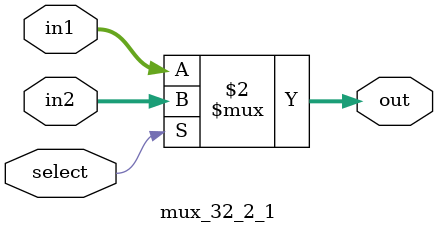
<source format=v>
module mux_32_2_1(
// define input  port
input  [31:0]in1,
input [31:0]in2, 
input select,
// define the output port
output  [31:0]out
);
// assign one of the inputs to the output based upon select line input
assign out = (select==1'b1) ? in2 : in1;
endmodule 
</source>
